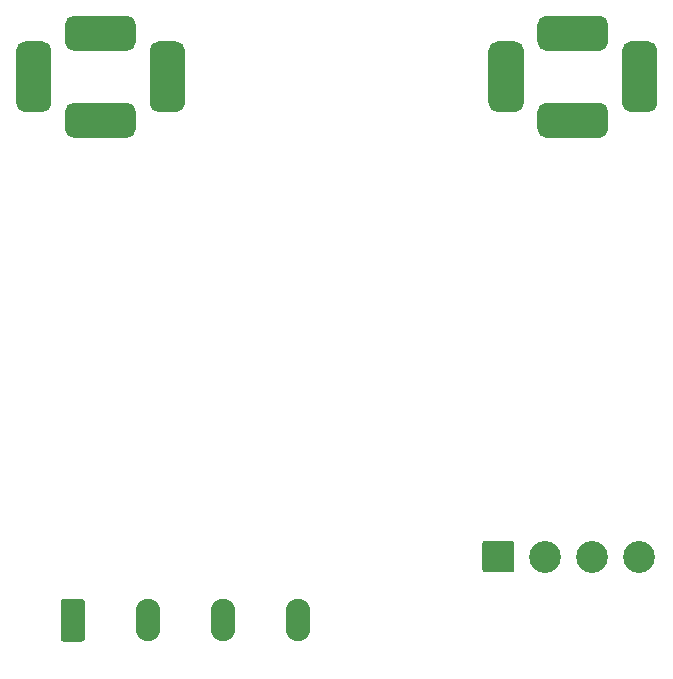
<source format=gbr>
%TF.GenerationSoftware,KiCad,Pcbnew,(5.1.6)-1*%
%TF.CreationDate,2020-12-13T00:36:31+01:00*%
%TF.ProjectId,Ingressi,496e6772-6573-4736-992e-6b696361645f,v1.0*%
%TF.SameCoordinates,Original*%
%TF.FileFunction,Soldermask,Bot*%
%TF.FilePolarity,Negative*%
%FSLAX46Y46*%
G04 Gerber Fmt 4.6, Leading zero omitted, Abs format (unit mm)*
G04 Created by KiCad (PCBNEW (5.1.6)-1) date 2020-12-13 00:36:31*
%MOMM*%
%LPD*%
G01*
G04 APERTURE LIST*
%ADD10C,2.700000*%
%ADD11O,2.080000X3.600000*%
G04 APERTURE END LIST*
%TO.C,J2*%
G36*
G01*
X102164200Y-47933000D02*
X102164200Y-52433000D01*
G75*
G02*
X101414200Y-53183000I-750000J0D01*
G01*
X99914200Y-53183000D01*
G75*
G02*
X99164200Y-52433000I0J750000D01*
G01*
X99164200Y-47933000D01*
G75*
G02*
X99914200Y-47183000I750000J0D01*
G01*
X101414200Y-47183000D01*
G75*
G02*
X102164200Y-47933000I0J-750000D01*
G01*
G37*
G36*
G01*
X92750000Y-52366000D02*
X97250000Y-52366000D01*
G75*
G02*
X98000000Y-53116000I0J-750000D01*
G01*
X98000000Y-54616000D01*
G75*
G02*
X97250000Y-55366000I-750000J0D01*
G01*
X92750000Y-55366000D01*
G75*
G02*
X92000000Y-54616000I0J750000D01*
G01*
X92000000Y-53116000D01*
G75*
G02*
X92750000Y-52366000I750000J0D01*
G01*
G37*
G36*
G01*
X90861200Y-47933000D02*
X90861200Y-52433000D01*
G75*
G02*
X90111200Y-53183000I-750000J0D01*
G01*
X88611200Y-53183000D01*
G75*
G02*
X87861200Y-52433000I0J750000D01*
G01*
X87861200Y-47933000D01*
G75*
G02*
X88611200Y-47183000I750000J0D01*
G01*
X90111200Y-47183000D01*
G75*
G02*
X90861200Y-47933000I0J-750000D01*
G01*
G37*
G36*
G01*
X97250000Y-48000000D02*
X92750000Y-48000000D01*
G75*
G02*
X92000000Y-47250000I0J750000D01*
G01*
X92000000Y-45750000D01*
G75*
G02*
X92750000Y-45000000I750000J0D01*
G01*
X97250000Y-45000000D01*
G75*
G02*
X98000000Y-45750000I0J-750000D01*
G01*
X98000000Y-47250000D01*
G75*
G02*
X97250000Y-48000000I-750000J0D01*
G01*
G37*
%TD*%
%TO.C,J1*%
G36*
G01*
X62164200Y-47933000D02*
X62164200Y-52433000D01*
G75*
G02*
X61414200Y-53183000I-750000J0D01*
G01*
X59914200Y-53183000D01*
G75*
G02*
X59164200Y-52433000I0J750000D01*
G01*
X59164200Y-47933000D01*
G75*
G02*
X59914200Y-47183000I750000J0D01*
G01*
X61414200Y-47183000D01*
G75*
G02*
X62164200Y-47933000I0J-750000D01*
G01*
G37*
G36*
G01*
X52750000Y-52366000D02*
X57250000Y-52366000D01*
G75*
G02*
X58000000Y-53116000I0J-750000D01*
G01*
X58000000Y-54616000D01*
G75*
G02*
X57250000Y-55366000I-750000J0D01*
G01*
X52750000Y-55366000D01*
G75*
G02*
X52000000Y-54616000I0J750000D01*
G01*
X52000000Y-53116000D01*
G75*
G02*
X52750000Y-52366000I750000J0D01*
G01*
G37*
G36*
G01*
X50861200Y-47933000D02*
X50861200Y-52433000D01*
G75*
G02*
X50111200Y-53183000I-750000J0D01*
G01*
X48611200Y-53183000D01*
G75*
G02*
X47861200Y-52433000I0J750000D01*
G01*
X47861200Y-47933000D01*
G75*
G02*
X48611200Y-47183000I750000J0D01*
G01*
X50111200Y-47183000D01*
G75*
G02*
X50861200Y-47933000I0J-750000D01*
G01*
G37*
G36*
G01*
X57250000Y-48000000D02*
X52750000Y-48000000D01*
G75*
G02*
X52000000Y-47250000I0J750000D01*
G01*
X52000000Y-45750000D01*
G75*
G02*
X52750000Y-45000000I750000J0D01*
G01*
X57250000Y-45000000D01*
G75*
G02*
X58000000Y-45750000I0J-750000D01*
G01*
X58000000Y-47250000D01*
G75*
G02*
X57250000Y-48000000I-750000J0D01*
G01*
G37*
%TD*%
D10*
%TO.C,J4*%
X100580000Y-90800000D03*
X96620000Y-90800000D03*
X92660000Y-90800000D03*
G36*
G01*
X87350000Y-91899999D02*
X87350000Y-89700001D01*
G75*
G02*
X87600001Y-89450000I250001J0D01*
G01*
X89799999Y-89450000D01*
G75*
G02*
X90050000Y-89700001I0J-250001D01*
G01*
X90050000Y-91899999D01*
G75*
G02*
X89799999Y-92150000I-250001J0D01*
G01*
X87600001Y-92150000D01*
G75*
G02*
X87350000Y-91899999I0J250001D01*
G01*
G37*
%TD*%
D11*
%TO.C,J3*%
X65370000Y-96200000D03*
X71720000Y-96200000D03*
G36*
G01*
X51630000Y-97750001D02*
X51630000Y-94649999D01*
G75*
G02*
X51879999Y-94400000I249999J0D01*
G01*
X53460001Y-94400000D01*
G75*
G02*
X53710000Y-94649999I0J-249999D01*
G01*
X53710000Y-97750001D01*
G75*
G02*
X53460001Y-98000000I-249999J0D01*
G01*
X51879999Y-98000000D01*
G75*
G02*
X51630000Y-97750001I0J249999D01*
G01*
G37*
X59020000Y-96200000D03*
%TD*%
M02*

</source>
